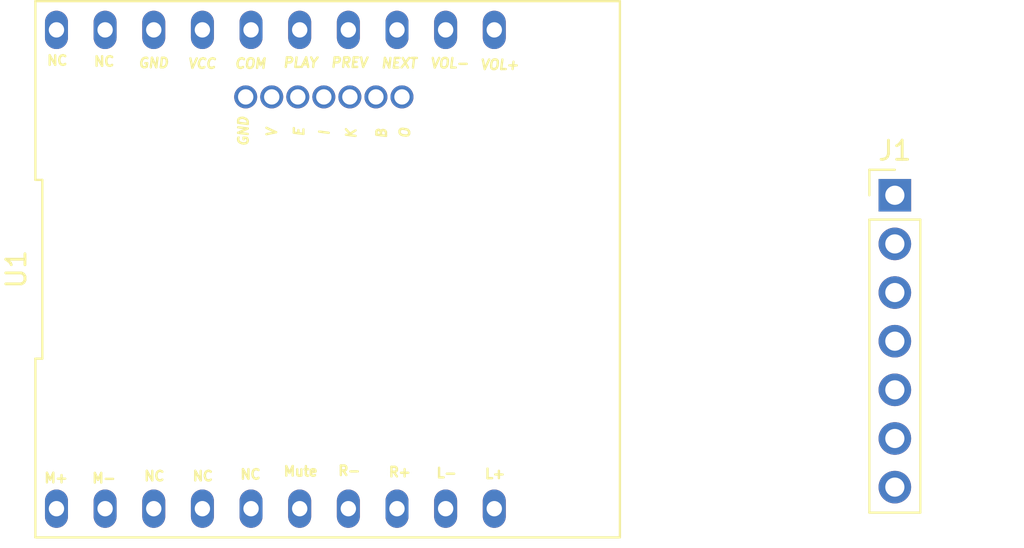
<source format=kicad_pcb>
(kicad_pcb (version 20171130) (host pcbnew "(5.1.7)-1")

  (general
    (thickness 1.6)
    (drawings 0)
    (tracks 0)
    (zones 0)
    (modules 2)
    (nets 23)
  )

  (page A4)
  (layers
    (0 F.Cu signal)
    (31 B.Cu signal)
    (32 B.Adhes user)
    (33 F.Adhes user)
    (34 B.Paste user)
    (35 F.Paste user)
    (36 B.SilkS user)
    (37 F.SilkS user)
    (38 B.Mask user)
    (39 F.Mask user)
    (40 Dwgs.User user)
    (41 Cmts.User user)
    (42 Eco1.User user)
    (43 Eco2.User user)
    (44 Edge.Cuts user)
    (45 Margin user)
    (46 B.CrtYd user)
    (47 F.CrtYd user)
    (48 B.Fab user)
    (49 F.Fab user)
  )

  (setup
    (last_trace_width 0.25)
    (trace_clearance 0.2)
    (zone_clearance 0.508)
    (zone_45_only no)
    (trace_min 0.2)
    (via_size 0.8)
    (via_drill 0.4)
    (via_min_size 0.4)
    (via_min_drill 0.3)
    (uvia_size 0.3)
    (uvia_drill 0.1)
    (uvias_allowed no)
    (uvia_min_size 0.2)
    (uvia_min_drill 0.1)
    (edge_width 0.1)
    (segment_width 0.2)
    (pcb_text_width 0.3)
    (pcb_text_size 1.5 1.5)
    (mod_edge_width 0.15)
    (mod_text_size 1 1)
    (mod_text_width 0.15)
    (pad_size 1.524 1.524)
    (pad_drill 0.762)
    (pad_to_mask_clearance 0)
    (aux_axis_origin 0 0)
    (visible_elements FFFFFF7F)
    (pcbplotparams
      (layerselection 0x010fc_ffffffff)
      (usegerberextensions false)
      (usegerberattributes true)
      (usegerberadvancedattributes true)
      (creategerberjobfile true)
      (excludeedgelayer true)
      (linewidth 0.100000)
      (plotframeref false)
      (viasonmask false)
      (mode 1)
      (useauxorigin false)
      (hpglpennumber 1)
      (hpglpenspeed 20)
      (hpglpendiameter 15.000000)
      (psnegative false)
      (psa4output false)
      (plotreference true)
      (plotvalue true)
      (plotinvisibletext false)
      (padsonsilk false)
      (subtractmaskfromsilk false)
      (outputformat 1)
      (mirror false)
      (drillshape 1)
      (scaleselection 1)
      (outputdirectory ""))
  )

  (net 0 "")
  (net 1 ENABLE)
  (net 2 GND)
  (net 3 VCC)
  (net 4 MISO)
  (net 5 CLK)
  (net 6 CSB)
  (net 7 MOSI)
  (net 8 "Net-(U1-Pad10)")
  (net 9 "Net-(U1-Pad11)")
  (net 10 "Net-(U1-Pad9)")
  (net 11 "Net-(U1-Pad12)")
  (net 12 "Net-(U1-Pad8)")
  (net 13 "Net-(U1-Pad13)")
  (net 14 "Net-(U1-Pad7)")
  (net 15 "Net-(U1-Pad14)")
  (net 16 "Net-(U1-Pad6)")
  (net 17 "Net-(U1-Pad15)")
  (net 18 "Net-(U1-Pad19)")
  (net 19 "Net-(U1-Pad16)")
  (net 20 "Net-(U1-Pad17)")
  (net 21 "Net-(U1-Pad2)")
  (net 22 "Net-(U1-Pad1)")

  (net_class Default "This is the default net class."
    (clearance 0.2)
    (trace_width 0.25)
    (via_dia 0.8)
    (via_drill 0.4)
    (uvia_dia 0.3)
    (uvia_drill 0.1)
    (add_net CLK)
    (add_net CSB)
    (add_net ENABLE)
    (add_net GND)
    (add_net MISO)
    (add_net MOSI)
    (add_net "Net-(U1-Pad1)")
    (add_net "Net-(U1-Pad10)")
    (add_net "Net-(U1-Pad11)")
    (add_net "Net-(U1-Pad12)")
    (add_net "Net-(U1-Pad13)")
    (add_net "Net-(U1-Pad14)")
    (add_net "Net-(U1-Pad15)")
    (add_net "Net-(U1-Pad16)")
    (add_net "Net-(U1-Pad17)")
    (add_net "Net-(U1-Pad19)")
    (add_net "Net-(U1-Pad2)")
    (add_net "Net-(U1-Pad6)")
    (add_net "Net-(U1-Pad7)")
    (add_net "Net-(U1-Pad8)")
    (add_net "Net-(U1-Pad9)")
    (add_net VCC)
  )

  (module AA-ROB-FULL:BlutoothModule (layer F.Cu) (tedit 608C54CB) (tstamp 608C5AE1)
    (at 173.705 74.775)
    (path /608C8F02)
    (fp_text reference U1 (at -13.53 0 90) (layer F.SilkS)
      (effects (font (size 1 1) (thickness 0.15)))
    )
    (fp_text value BLUTOOTHMODULE (at 0 0) (layer F.Fab)
      (effects (font (size 1 1) (thickness 0.15)))
    )
    (fp_text user NC (at -1.3 10.71 180) (layer F.SilkS)
      (effects (font (size 0.5 0.5) (thickness 0.125)))
    )
    (fp_text user NC (at -3.79 10.8 180) (layer F.SilkS)
      (effects (font (size 0.5 0.5) (thickness 0.125)))
    )
    (fp_text user NC (at -6.32 10.8 180) (layer F.SilkS)
      (effects (font (size 0.5 0.5) (thickness 0.125)))
    )
    (fp_text user Mute (at 1.32 10.55 180) (layer F.SilkS)
      (effects (font (size 0.5 0.5) (thickness 0.125)))
    )
    (fp_text user L+ (at 11.47 10.68 180) (layer F.SilkS)
      (effects (font (size 0.5 0.5) (thickness 0.125)))
    )
    (fp_text user L- (at 8.94 10.64 180) (layer F.SilkS)
      (effects (font (size 0.5 0.5) (thickness 0.125)))
    )
    (fp_text user R+ (at 6.5 10.59 180) (layer F.SilkS)
      (effects (font (size 0.5 0.5) (thickness 0.125)))
    )
    (fp_text user R- (at 3.86 10.52 180) (layer F.SilkS)
      (effects (font (size 0.5 0.5) (thickness 0.125)))
    )
    (fp_text user M- (at -8.95 10.91 180) (layer F.SilkS)
      (effects (font (size 0.5 0.5) (thickness 0.125)))
    )
    (fp_text user M+ (at -11.45 10.9 180) (layer F.SilkS)
      (effects (font (size 0.5 0.5) (thickness 0.125)))
    )
    (fp_text user O (at 6.76 -7.13 90) (layer F.SilkS)
      (effects (font (size 0.5 0.5) (thickness 0.125) italic))
    )
    (fp_text user B (at 5.55 -7.1 90) (layer F.SilkS)
      (effects (font (size 0.5 0.5) (thickness 0.125) italic))
    )
    (fp_text user K (at 3.96 -7.1 90) (layer F.SilkS)
      (effects (font (size 0.5 0.5) (thickness 0.125) italic))
    )
    (fp_text user I (at 2.56 -7.13 90) (layer F.SilkS)
      (effects (font (size 0.5 0.5) (thickness 0.125) italic))
    )
    (fp_text user E (at 1.24 -7.18 90) (layer F.SilkS)
      (effects (font (size 0.5 0.5) (thickness 0.125) italic))
    )
    (fp_text user V (at -0.19 -7.16 90) (layer F.SilkS)
      (effects (font (size 0.5 0.5) (thickness 0.125) italic))
    )
    (fp_text user GND (at -1.67 -7.21 90) (layer F.SilkS)
      (effects (font (size 0.5 0.5) (thickness 0.125) italic))
    )
    (fp_text user VOL+ (at 11.71 -10.68) (layer F.SilkS)
      (effects (font (size 0.5 0.5) (thickness 0.125) italic))
    )
    (fp_text user VOL- (at 9.1 -10.76) (layer F.SilkS)
      (effects (font (size 0.5 0.5) (thickness 0.125) italic))
    )
    (fp_text user NEXT (at 6.46 -10.76) (layer F.SilkS)
      (effects (font (size 0.5 0.5) (thickness 0.125) italic))
    )
    (fp_text user PREV (at 3.86 -10.79) (layer F.SilkS)
      (effects (font (size 0.5 0.5) (thickness 0.125) italic))
    )
    (fp_text user PLAY (at 1.31 -10.79) (layer F.SilkS)
      (effects (font (size 0.5 0.5) (thickness 0.125) italic))
    )
    (fp_text user COM (at -1.3 -10.74) (layer F.SilkS)
      (effects (font (size 0.5 0.5) (thickness 0.125) italic))
    )
    (fp_text user VCC (at -3.83 -10.74 180) (layer F.SilkS)
      (effects (font (size 0.5 0.5) (thickness 0.125) italic))
    )
    (fp_text user GND (at -6.36 -10.77 180) (layer F.SilkS)
      (effects (font (size 0.5 0.5) (thickness 0.125) italic))
    )
    (fp_text user NC (at -8.94 -10.85 180) (layer F.SilkS)
      (effects (font (size 0.5 0.5) (thickness 0.125)))
    )
    (fp_text user NC (at -11.39 -10.9 180) (layer F.SilkS)
      (effects (font (size 0.5 0.5) (thickness 0.125)))
    )
    (fp_line (start -12.28 13.75) (end -12.28 -13.75) (layer F.CrtYd) (width 0.05))
    (fp_line (start 17.72 13.75) (end -12.28 13.75) (layer F.CrtYd) (width 0.05))
    (fp_line (start 17.72 -13.75) (end 17.72 13.75) (layer F.CrtYd) (width 0.05))
    (fp_line (start -12.28 -13.75) (end 17.72 -13.75) (layer F.CrtYd) (width 0.05))
    (fp_line (start -12.53 4.666666) (end -12.53 14) (layer F.SilkS) (width 0.12))
    (fp_line (start -12.17 4.666666) (end -12.53 4.666666) (layer F.SilkS) (width 0.12))
    (fp_line (start -12.17 -4.666666) (end -12.17 4.666666) (layer F.SilkS) (width 0.12))
    (fp_line (start -12.53 -4.666666) (end -12.17 -4.666666) (layer F.SilkS) (width 0.12))
    (fp_line (start -12.53 -14) (end -12.53 -4.666666) (layer F.SilkS) (width 0.12))
    (fp_line (start 17.99 -14) (end -12.53 -14) (layer F.SilkS) (width 0.12))
    (fp_line (start 17.99 14) (end 17.99 -14) (layer F.SilkS) (width 0.12))
    (fp_line (start -12.53 14) (end 17.99 14) (layer F.SilkS) (width 0.12))
    (pad 25 thru_hole circle (at 3.89 -9) (size 1.2 1.2) (drill 0.8) (layers *.Cu *.Mask)
      (net 5 CLK))
    (pad 24 thru_hole circle (at 2.53 -9) (size 1.2 1.2) (drill 0.8) (layers *.Cu *.Mask)
      (net 7 MOSI))
    (pad 27 thru_hole circle (at 6.61 -9) (size 1.2 1.2) (drill 0.8) (layers *.Cu *.Mask)
      (net 4 MISO))
    (pad 23 thru_hole circle (at 1.17 -9) (size 1.2 1.2) (drill 0.8) (layers *.Cu *.Mask))
    (pad 26 thru_hole circle (at 5.25 -9) (size 1.2 1.2) (drill 0.8) (layers *.Cu *.Mask)
      (net 6 CSB))
    (pad 22 thru_hole circle (at -0.19 -9) (size 1.2 1.2) (drill 0.8) (layers *.Cu *.Mask)
      (net 3 VCC))
    (pad 21 thru_hole circle (at -1.55 -9) (size 1.2 1.2) (drill 0.8) (layers *.Cu *.Mask)
      (net 2 GND))
    (pad 10 thru_hole oval (at 11.43 12.5) (size 1.2 2) (drill 0.8) (layers *.Cu *.Mask)
      (net 8 "Net-(U1-Pad10)"))
    (pad 11 thru_hole oval (at 11.43 -12.5) (size 1.2 2) (drill 0.8) (layers *.Cu *.Mask)
      (net 9 "Net-(U1-Pad11)"))
    (pad 9 thru_hole oval (at 8.89 12.5) (size 1.2 2) (drill 0.8) (layers *.Cu *.Mask)
      (net 10 "Net-(U1-Pad9)"))
    (pad 12 thru_hole oval (at 8.89 -12.5) (size 1.2 2) (drill 0.8) (layers *.Cu *.Mask)
      (net 11 "Net-(U1-Pad12)"))
    (pad 8 thru_hole oval (at 6.35 12.5) (size 1.2 2) (drill 0.8) (layers *.Cu *.Mask)
      (net 12 "Net-(U1-Pad8)"))
    (pad 13 thru_hole oval (at 6.35 -12.5) (size 1.2 2) (drill 0.8) (layers *.Cu *.Mask)
      (net 13 "Net-(U1-Pad13)"))
    (pad 7 thru_hole oval (at 3.81 12.5) (size 1.2 2) (drill 0.8) (layers *.Cu *.Mask)
      (net 14 "Net-(U1-Pad7)"))
    (pad 14 thru_hole oval (at 3.81 -12.5) (size 1.2 2) (drill 0.8) (layers *.Cu *.Mask)
      (net 15 "Net-(U1-Pad14)"))
    (pad 6 thru_hole oval (at 1.27 12.5) (size 1.2 2) (drill 0.8) (layers *.Cu *.Mask)
      (net 16 "Net-(U1-Pad6)"))
    (pad 15 thru_hole oval (at 1.27 -12.5) (size 1.2 2) (drill 0.8) (layers *.Cu *.Mask)
      (net 17 "Net-(U1-Pad15)"))
    (pad 5 thru_hole oval (at -1.27 12.5) (size 1.2 2) (drill 0.8) (layers *.Cu *.Mask)
      (net 18 "Net-(U1-Pad19)"))
    (pad 16 thru_hole oval (at -1.27 -12.5) (size 1.2 2) (drill 0.8) (layers *.Cu *.Mask)
      (net 19 "Net-(U1-Pad16)"))
    (pad 4 thru_hole oval (at -3.81 12.5) (size 1.2 2) (drill 0.8) (layers *.Cu *.Mask)
      (net 18 "Net-(U1-Pad19)"))
    (pad 17 thru_hole oval (at -3.81 -12.5) (size 1.2 2) (drill 0.8) (layers *.Cu *.Mask)
      (net 20 "Net-(U1-Pad17)"))
    (pad 3 thru_hole oval (at -6.35 12.5) (size 1.2 2) (drill 0.8) (layers *.Cu *.Mask)
      (net 18 "Net-(U1-Pad19)"))
    (pad 18 thru_hole oval (at -6.35 -12.5) (size 1.2 2) (drill 0.8) (layers *.Cu *.Mask)
      (net 2 GND))
    (pad 2 thru_hole oval (at -8.89 12.5) (size 1.2 2) (drill 0.8) (layers *.Cu *.Mask)
      (net 21 "Net-(U1-Pad2)"))
    (pad 19 thru_hole oval (at -8.89 -12.5) (size 1.2 2) (drill 0.8) (layers *.Cu *.Mask)
      (net 18 "Net-(U1-Pad19)"))
    (pad 1 thru_hole oval (at -11.43 12.5) (size 1.2 2) (drill 0.8) (layers *.Cu *.Mask)
      (net 22 "Net-(U1-Pad1)"))
    (pad 20 thru_hole oval (at -11.43 -12.5) (size 1.2 2) (drill 0.8) (layers *.Cu *.Mask)
      (net 18 "Net-(U1-Pad19)"))
  )

  (module Connector_PinHeader_2.54mm:PinHeader_1x07_P2.54mm_Vertical (layer F.Cu) (tedit 59FED5CC) (tstamp 608C5A9B)
    (at 206.05 70.91)
    (descr "Through hole straight pin header, 1x07, 2.54mm pitch, single row")
    (tags "Through hole pin header THT 1x07 2.54mm single row")
    (path /608CA747)
    (fp_text reference J1 (at 0 -2.33) (layer F.SilkS)
      (effects (font (size 1 1) (thickness 0.15)))
    )
    (fp_text value Conn_01x07_Male (at 0 17.57) (layer F.Fab)
      (effects (font (size 1 1) (thickness 0.15)))
    )
    (fp_text user %R (at 0 7.62 90) (layer F.Fab)
      (effects (font (size 1 1) (thickness 0.15)))
    )
    (fp_line (start -0.635 -1.27) (end 1.27 -1.27) (layer F.Fab) (width 0.1))
    (fp_line (start 1.27 -1.27) (end 1.27 16.51) (layer F.Fab) (width 0.1))
    (fp_line (start 1.27 16.51) (end -1.27 16.51) (layer F.Fab) (width 0.1))
    (fp_line (start -1.27 16.51) (end -1.27 -0.635) (layer F.Fab) (width 0.1))
    (fp_line (start -1.27 -0.635) (end -0.635 -1.27) (layer F.Fab) (width 0.1))
    (fp_line (start -1.33 16.57) (end 1.33 16.57) (layer F.SilkS) (width 0.12))
    (fp_line (start -1.33 1.27) (end -1.33 16.57) (layer F.SilkS) (width 0.12))
    (fp_line (start 1.33 1.27) (end 1.33 16.57) (layer F.SilkS) (width 0.12))
    (fp_line (start -1.33 1.27) (end 1.33 1.27) (layer F.SilkS) (width 0.12))
    (fp_line (start -1.33 0) (end -1.33 -1.33) (layer F.SilkS) (width 0.12))
    (fp_line (start -1.33 -1.33) (end 0 -1.33) (layer F.SilkS) (width 0.12))
    (fp_line (start -1.8 -1.8) (end -1.8 17.05) (layer F.CrtYd) (width 0.05))
    (fp_line (start -1.8 17.05) (end 1.8 17.05) (layer F.CrtYd) (width 0.05))
    (fp_line (start 1.8 17.05) (end 1.8 -1.8) (layer F.CrtYd) (width 0.05))
    (fp_line (start 1.8 -1.8) (end -1.8 -1.8) (layer F.CrtYd) (width 0.05))
    (pad 7 thru_hole oval (at 0 15.24) (size 1.7 1.7) (drill 1) (layers *.Cu *.Mask)
      (net 1 ENABLE))
    (pad 6 thru_hole oval (at 0 12.7) (size 1.7 1.7) (drill 1) (layers *.Cu *.Mask)
      (net 2 GND))
    (pad 5 thru_hole oval (at 0 10.16) (size 1.7 1.7) (drill 1) (layers *.Cu *.Mask)
      (net 3 VCC))
    (pad 4 thru_hole oval (at 0 7.62) (size 1.7 1.7) (drill 1) (layers *.Cu *.Mask)
      (net 4 MISO))
    (pad 3 thru_hole oval (at 0 5.08) (size 1.7 1.7) (drill 1) (layers *.Cu *.Mask)
      (net 5 CLK))
    (pad 2 thru_hole oval (at 0 2.54) (size 1.7 1.7) (drill 1) (layers *.Cu *.Mask)
      (net 6 CSB))
    (pad 1 thru_hole rect (at 0 0) (size 1.7 1.7) (drill 1) (layers *.Cu *.Mask)
      (net 7 MOSI))
    (model ${KISYS3DMOD}/Connector_PinHeader_2.54mm.3dshapes/PinHeader_1x07_P2.54mm_Vertical.wrl
      (at (xyz 0 0 0))
      (scale (xyz 1 1 1))
      (rotate (xyz 0 0 0))
    )
  )

)

</source>
